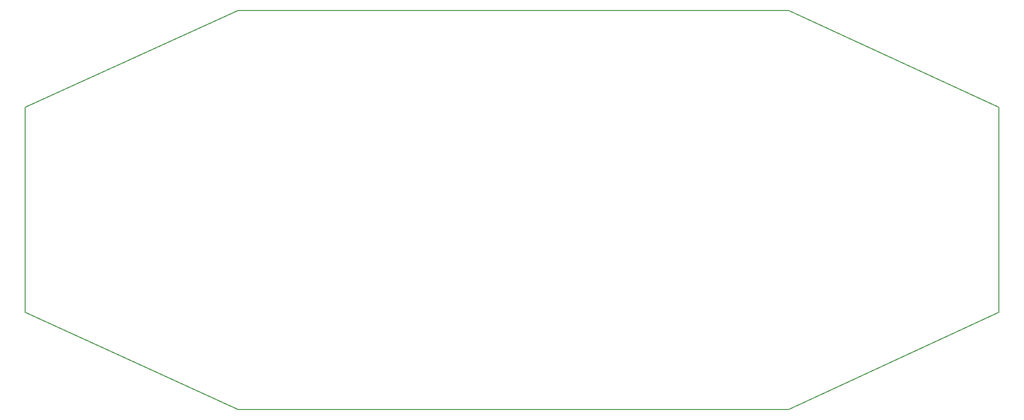
<source format=gbr>
G04 #@! TF.GenerationSoftware,KiCad,Pcbnew,5.1.9-73d0e3b20d~88~ubuntu20.04.1*
G04 #@! TF.CreationDate,2021-02-01T03:30:19+09:00*
G04 #@! TF.ProjectId,ESP32DUALDIAL,45535033-3244-4554-914c-4449414c2e6b,rev?*
G04 #@! TF.SameCoordinates,Original*
G04 #@! TF.FileFunction,Profile,NP*
%FSLAX46Y46*%
G04 Gerber Fmt 4.6, Leading zero omitted, Abs format (unit mm)*
G04 Created by KiCad (PCBNEW 5.1.9-73d0e3b20d~88~ubuntu20.04.1) date 2021-02-01 03:30:19*
%MOMM*%
%LPD*%
G01*
G04 APERTURE LIST*
G04 #@! TA.AperFunction,Profile*
%ADD10C,0.200000*%
G04 #@! TD*
G04 APERTURE END LIST*
D10*
X24500000Y-91000000D02*
X24500000Y-129000000D01*
X64000000Y-73000000D02*
X24500000Y-91000000D01*
X205000000Y-91000000D02*
X205000000Y-129000000D01*
X166000000Y-147000000D02*
X205000000Y-129000000D01*
X166000000Y-147000000D02*
X64000000Y-147000000D01*
X166000000Y-73000000D02*
X205000000Y-91000000D01*
X64000000Y-73000000D02*
X166000000Y-73000000D01*
X64000000Y-147000000D02*
X24500000Y-129000000D01*
M02*

</source>
